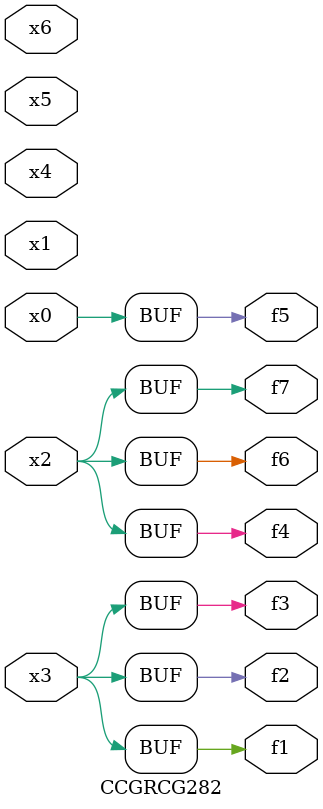
<source format=v>
module CCGRCG282(
	input x0, x1, x2, x3, x4, x5, x6,
	output f1, f2, f3, f4, f5, f6, f7
);
	assign f1 = x3;
	assign f2 = x3;
	assign f3 = x3;
	assign f4 = x2;
	assign f5 = x0;
	assign f6 = x2;
	assign f7 = x2;
endmodule

</source>
